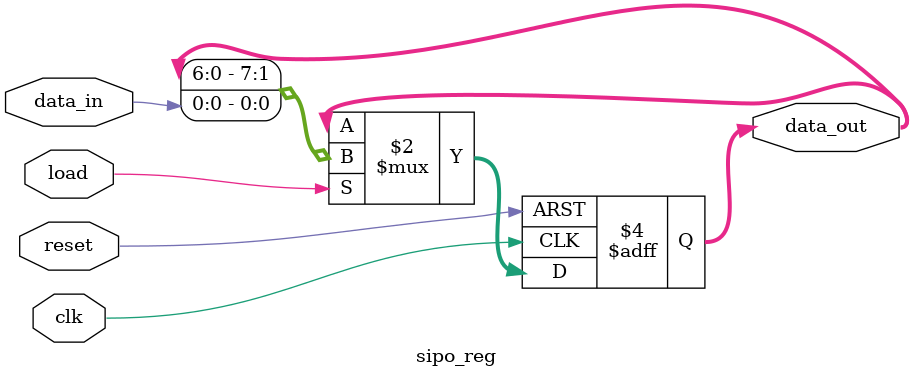
<source format=v>
module sipo_reg #(
    parameter WIDTH = 8
)(
    input wire clk,
    input wire reset,
    input wire load,              // Shift enable
    input wire data_in,           // Serial data input (1 bit)
    output reg [WIDTH-1:0] data_out  // Parallel data output
);

    always @(posedge clk or posedge reset) begin
        if (reset) begin
            data_out <= {WIDTH{1'b0}};
        end
        else if (load) begin
            // Shift left and insert new serial bit at LSB
            data_out <= {data_out[WIDTH-2:0], data_in};
        end
    end

endmodule
</source>
